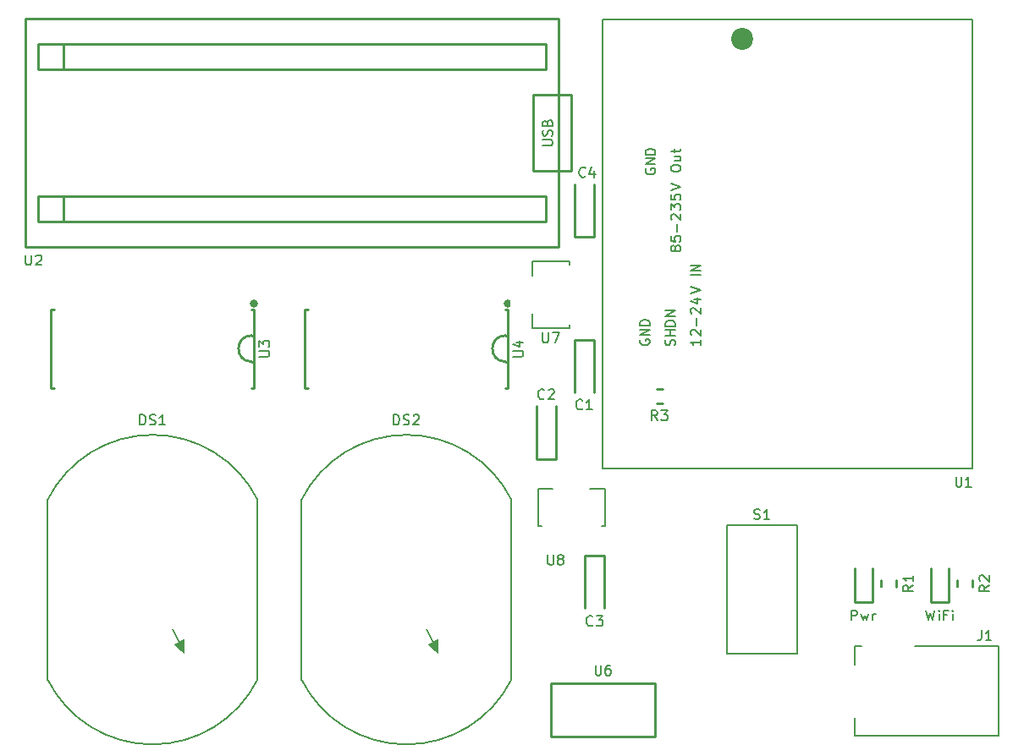
<source format=gbr>
G04 --- HEADER BEGIN --- *
%TF.GenerationSoftware,LibrePCB,LibrePCB,0.1.4-unstable*%
%TF.CreationDate,2020-02-26T00:12:38*%
%TF.ProjectId,Nixie Counter - default,cfaec193-39cb-4766-881d-db9368be8cff,v1.1*%
%TF.Part,Single*%
%FSLAX66Y66*%
%MOMM*%
G01*
G74*
G04 --- HEADER END --- *
G04 --- APERTURE LIST BEGIN --- *
%ADD10C,0.2*%
%ADD11C,0.0*%
%ADD12C,0.25*%
%ADD13C,0.8X0.8*%
%ADD14C,0.8*%
%ADD15C,2.2X2.2*%
%ADD16C,2.2*%
%ADD17C,3.2*%
%ADD18R,1.5X1.15*%
%ADD19R,1.55X2.4*%
%ADD20R,1.15X1.5*%
%ADD21R,3.45X2.35*%
%ADD22R,1.15X2.35*%
%ADD23O,1.47X2.74*%
%ADD24R,1.47X2.74*%
%ADD25R,1.4X1.4*%
%ADD26O,1.787X2.39*%
%ADD27R,1.787X2.39*%
%ADD28C,2.1*%
%ADD29R,2.35X3.45*%
%ADD30R,2.35X1.15*%
%ADD31O,4.2X3.2*%
%ADD32O,1.7X2.74*%
%ADD33C,5.0*%
%ADD34C,0.3*%
G04 --- APERTURE LIST END --- *
G04 --- BOARD BEGIN --- *
D10*
X17240000Y16320000D02*
X18240000Y14320000D01*
X4740000Y29320000D02*
X4740000Y11320000D01*
G75*
G03*
X25740000Y11320000I10500000J5235107D01*
G01*
X25740000Y29320000D01*
G03*
X4740000Y29320000I-10500000J-5235107D01*
G01*
D11*
X17383000Y14859000D02*
X18367000Y14009000D01*
X18368000Y15306000D01*
X17383000Y14859000D01*
G36*
X17383000Y14859000D02*
X18367000Y14009000D01*
X18368000Y15306000D01*
X17383000Y14859000D01*
G37*
D12*
X95770000Y21280000D02*
X95770000Y20630000D01*
X97270000Y21280000D02*
X97270000Y20630000D01*
X60400000Y18445264D02*
X60400000Y23740264D01*
X58500000Y23740264D01*
X58500000Y18445264D01*
X66286456Y40438000D02*
X65636456Y40438000D01*
X66286456Y38938000D02*
X65636456Y38938000D01*
D10*
X60175720Y26725360D02*
X60500720Y26725360D01*
X60500720Y30425360D01*
X59025720Y30425360D01*
X54125720Y26725360D02*
X53800720Y26725360D01*
X53800720Y30425360D01*
X55275720Y30425360D01*
D12*
X30790000Y48384984D02*
X30480000Y48384984D01*
X30480000Y40514984D01*
X30790000Y40514984D01*
X50490000Y48384984D02*
X50800000Y48384984D01*
X50800000Y40514984D01*
X50490000Y40514984D01*
X50800000Y45761984D02*
X50550000Y45761984D01*
G03*
X50550000Y43137984I0J-1312000D01*
G01*
X50800000Y43137984D01*
D13*
X50765000Y48984984D03*
D14*
X50765000Y48984984D03*
D12*
X93105000Y22480000D02*
X93105000Y19030000D01*
X94855000Y19030000D01*
X94855000Y22480000D01*
D10*
X92617777Y18260000D02*
X92855555Y17260000D01*
X93046666Y17974444D01*
X93236666Y17260000D01*
X93474444Y18260000D01*
X93922222Y17260000D02*
X93922222Y17926667D01*
X93922222Y18260000D02*
X93874444Y18212222D01*
X93922222Y18164444D01*
X93970000Y18212222D01*
X93922222Y18260000D01*
X93922222Y18164444D01*
X94703333Y17783333D02*
X94370000Y17783333D01*
X94370000Y17260000D02*
X94370000Y18260000D01*
X94846667Y18260000D01*
X95294445Y17260000D02*
X95294445Y17926667D01*
X95294445Y18260000D02*
X95246667Y18212222D01*
X95294445Y18164444D01*
X95342223Y18212222D01*
X95294445Y18260000D01*
X95294445Y18164444D01*
D12*
X55120760Y5590104D02*
X55120760Y10920104D01*
X65530760Y10920104D01*
X65530760Y5590104D01*
X55120760Y5590104D01*
X88150000Y21280000D02*
X88150000Y20630000D01*
X89650000Y21280000D02*
X89650000Y20630000D01*
X6350000Y74930000D02*
X6350000Y72390000D01*
X54610000Y74930000D02*
X54610000Y72390000D01*
X3810000Y72390000D01*
X3810000Y74930000D01*
X54610000Y74930000D01*
X55880000Y77470000D02*
X55880000Y54610000D01*
X2540000Y54610000D01*
X2540000Y77470000D01*
X55880000Y77470000D01*
X3810000Y59690000D02*
X3810000Y57150000D01*
X54610000Y57150000D01*
X54610000Y59690000D01*
X3810000Y59690000D01*
X6350000Y59690000D02*
X6350000Y57150000D01*
X57150000Y69850000D02*
X57150000Y62230000D01*
X53340000Y62230000D01*
X53340000Y69850000D01*
X57150000Y69850000D01*
D10*
X54245040Y64783334D02*
X55055040Y64783334D01*
X55149484Y64831112D01*
X55197262Y64878890D01*
X55245040Y64973334D01*
X55245040Y65164445D01*
X55197262Y65260001D01*
X55149484Y65306667D01*
X55055040Y65354445D01*
X54245040Y65354445D01*
X55197262Y65754445D02*
X55245040Y65897778D01*
X55245040Y66135556D01*
X55197262Y66231112D01*
X55149484Y66277778D01*
X55055040Y66325556D01*
X54959484Y66325556D01*
X54863929Y66277778D01*
X54816151Y66231112D01*
X54768373Y66135556D01*
X54721707Y65944445D01*
X54673929Y65850001D01*
X54626151Y65802223D01*
X54530596Y65754445D01*
X54435040Y65754445D01*
X54340596Y65802223D01*
X54292818Y65850001D01*
X54245040Y65944445D01*
X54245040Y66183334D01*
X54292818Y66325556D01*
X54721707Y67058889D02*
X54768373Y67202223D01*
X54816151Y67248889D01*
X54911707Y67296667D01*
X55055040Y67296667D01*
X55149484Y67248889D01*
X55197262Y67202223D01*
X55245040Y67106667D01*
X55245040Y66725556D01*
X54245040Y66725556D01*
X54245040Y67058889D01*
X54292818Y67154445D01*
X54340596Y67202223D01*
X54435040Y67248889D01*
X54530596Y67248889D01*
X54626151Y67202223D01*
X54673929Y67154445D01*
X54721707Y67058889D01*
X54721707Y66725556D01*
X42640000Y16320000D02*
X43640000Y14320000D01*
X30140000Y29320000D02*
X30140000Y11320000D01*
G03*
X51140000Y11320000I10500000J5235107D01*
G01*
X51140000Y29320000D01*
G03*
X30140000Y29320000I-10500000J-5235107D01*
G01*
D11*
X42783000Y14859000D02*
X43767000Y14009000D01*
X43768000Y15306000D01*
X42783000Y14859000D01*
G36*
X42783000Y14859000D02*
X43767000Y14009000D01*
X43768000Y15306000D01*
X42783000Y14859000D01*
G37*
D12*
X5390000Y48384984D02*
X5080000Y48384984D01*
X5080000Y40514984D01*
X5390000Y40514984D01*
X25090000Y48384984D02*
X25400000Y48384984D01*
X25400000Y40514984D01*
X25090000Y40514984D01*
X25400000Y45761984D02*
X25150000Y45761984D01*
G03*
X25150000Y43137984I0J-1312000D01*
G01*
X25400000Y43137984D01*
D13*
X25365000Y48984984D03*
D14*
X25365000Y48984984D03*
D10*
X56936250Y52872500D02*
X56936250Y53197500D01*
X53236250Y53197500D01*
X53236250Y51722500D01*
X56936250Y46822500D02*
X56936250Y46497500D01*
X53236250Y46497500D01*
X53236250Y47972500D01*
D12*
X59370736Y40035544D02*
X59370736Y45330544D01*
X57470736Y45330544D01*
X57470736Y40035544D01*
D10*
X72669936Y26770000D02*
X79729936Y26770000D01*
X79729936Y13870000D01*
X72669936Y13870000D01*
X72669936Y26770000D01*
X60240992Y32428192D02*
X60240992Y77428192D01*
X97240992Y77428192D01*
X97240992Y32428192D01*
X60240992Y32428192D01*
D15*
X74240992Y75428192D03*
D16*
X74240992Y75428192D03*
D10*
X64588770Y62463192D02*
X64540992Y62368748D01*
X64540992Y62225414D01*
X64588770Y62082081D01*
X64684325Y61987637D01*
X64778770Y61939859D01*
X64969881Y61892081D01*
X65112103Y61892081D01*
X65303214Y61939859D01*
X65397659Y61987637D01*
X65493214Y62082081D01*
X65540992Y62225414D01*
X65540992Y62320970D01*
X65493214Y62463192D01*
X65445436Y62510970D01*
X65112103Y62510970D01*
X65112103Y62320970D01*
X65540992Y62910970D02*
X64540992Y62910970D01*
X65540992Y63482081D01*
X64540992Y63482081D01*
X65540992Y63882081D02*
X64540992Y63882081D01*
X64540992Y64119859D01*
X64588770Y64263192D01*
X64684325Y64358748D01*
X64778770Y64405414D01*
X64969881Y64453192D01*
X65112103Y64453192D01*
X65303214Y64405414D01*
X65397659Y64358748D01*
X65493214Y64263192D01*
X65540992Y64119859D01*
X65540992Y63882081D01*
X67509881Y54386526D02*
X67462103Y54292082D01*
X67414325Y54244304D01*
X67318770Y54196526D01*
X67270992Y54196526D01*
X67176548Y54244304D01*
X67128770Y54292082D01*
X67080992Y54386526D01*
X67080992Y54577637D01*
X67128770Y54673193D01*
X67176548Y54719859D01*
X67270992Y54767637D01*
X67318770Y54767637D01*
X67414325Y54719859D01*
X67462103Y54673193D01*
X67509881Y54577637D01*
X67509881Y54386526D01*
X67557659Y54292082D01*
X67604325Y54244304D01*
X67699881Y54196526D01*
X67890992Y54196526D01*
X67985436Y54244304D01*
X68033214Y54292082D01*
X68080992Y54386526D01*
X68080992Y54577637D01*
X68033214Y54673193D01*
X67985436Y54719859D01*
X67890992Y54767637D01*
X67699881Y54767637D01*
X67604325Y54719859D01*
X67557659Y54673193D01*
X67509881Y54577637D01*
X67080992Y55690970D02*
X67080992Y55215415D01*
X67557659Y55167637D01*
X67509881Y55215415D01*
X67462103Y55310970D01*
X67462103Y55548748D01*
X67509881Y55644304D01*
X67557659Y55690970D01*
X67652103Y55738748D01*
X67890992Y55738748D01*
X67985436Y55690970D01*
X68033214Y55644304D01*
X68080992Y55548748D01*
X68080992Y55310970D01*
X68033214Y55215415D01*
X67985436Y55167637D01*
X67699881Y56138748D02*
X67699881Y56900970D01*
X67176548Y57348748D02*
X67128770Y57396526D01*
X67080992Y57490970D01*
X67080992Y57729859D01*
X67128770Y57824303D01*
X67176548Y57872081D01*
X67270992Y57919859D01*
X67366548Y57919859D01*
X67509881Y57872081D01*
X68080992Y57300970D01*
X68080992Y57919859D01*
X67080992Y58319859D02*
X67080992Y58938748D01*
X67462103Y58605415D01*
X67462103Y58748748D01*
X67509881Y58843192D01*
X67557659Y58890970D01*
X67652103Y58938748D01*
X67890992Y58938748D01*
X67985436Y58890970D01*
X68033214Y58843192D01*
X68080992Y58748748D01*
X68080992Y58463192D01*
X68033214Y58367637D01*
X67985436Y58319859D01*
X67080992Y59862081D02*
X67080992Y59386526D01*
X67557659Y59338748D01*
X67509881Y59386526D01*
X67462103Y59482081D01*
X67462103Y59719859D01*
X67509881Y59815415D01*
X67557659Y59862081D01*
X67652103Y59909859D01*
X67890992Y59909859D01*
X67985436Y59862081D01*
X68033214Y59815415D01*
X68080992Y59719859D01*
X68080992Y59482081D01*
X68033214Y59386526D01*
X67985436Y59338748D01*
X67080992Y60309859D02*
X68080992Y60643192D01*
X67080992Y60976526D01*
X67080992Y62414303D02*
X67080992Y62605414D01*
X67128770Y62699858D01*
X67224325Y62795414D01*
X67414325Y62843192D01*
X67747659Y62843192D01*
X67937659Y62795414D01*
X68033214Y62699858D01*
X68080992Y62605414D01*
X68080992Y62414303D01*
X68033214Y62319858D01*
X67937659Y62224303D01*
X67747659Y62176525D01*
X67414325Y62176525D01*
X67224325Y62224303D01*
X67128770Y62319858D01*
X67080992Y62414303D01*
X67414325Y63672081D02*
X68080992Y63672081D01*
X67414325Y63243192D02*
X67937659Y63243192D01*
X68033214Y63290970D01*
X68080992Y63386525D01*
X68080992Y63528748D01*
X68033214Y63624303D01*
X67985436Y63672081D01*
X67414325Y64072081D02*
X67414325Y64453192D01*
X67080992Y64215414D02*
X67937659Y64215414D01*
X68033214Y64262081D01*
X68080992Y64357637D01*
X68080992Y64453192D01*
X70070992Y45339303D02*
X70070992Y44768192D01*
X70070992Y45053748D02*
X69070992Y45053748D01*
X69214325Y44958192D01*
X69308770Y44863748D01*
X69356548Y44768192D01*
X69166548Y45787081D02*
X69118770Y45834859D01*
X69070992Y45929303D01*
X69070992Y46168192D01*
X69118770Y46262636D01*
X69166548Y46310414D01*
X69260992Y46358192D01*
X69356548Y46358192D01*
X69499881Y46310414D01*
X70070992Y45739303D01*
X70070992Y46358192D01*
X69689881Y46758192D02*
X69689881Y47520414D01*
X69166548Y47968192D02*
X69118770Y48015970D01*
X69070992Y48110414D01*
X69070992Y48349303D01*
X69118770Y48443747D01*
X69166548Y48491525D01*
X69260992Y48539303D01*
X69356548Y48539303D01*
X69499881Y48491525D01*
X70070992Y47920414D01*
X70070992Y48539303D01*
X69404325Y49415970D02*
X70070992Y49415970D01*
X69023214Y49177081D02*
X69737659Y48939303D01*
X69737659Y49558192D01*
X69070992Y49958192D02*
X70070992Y50291525D01*
X69070992Y50624859D01*
X70070992Y51824858D02*
X69070992Y51824858D01*
X70070992Y52224858D02*
X69070992Y52224858D01*
X70070992Y52795969D01*
X69070992Y52795969D01*
X67483214Y44768192D02*
X67530992Y44911525D01*
X67530992Y45149303D01*
X67483214Y45244859D01*
X67435436Y45291525D01*
X67340992Y45339303D01*
X67245436Y45339303D01*
X67149881Y45291525D01*
X67102103Y45244859D01*
X67054325Y45149303D01*
X67007659Y44958192D01*
X66959881Y44863748D01*
X66912103Y44815970D01*
X66816548Y44768192D01*
X66720992Y44768192D01*
X66626548Y44815970D01*
X66578770Y44863748D01*
X66530992Y44958192D01*
X66530992Y45197081D01*
X66578770Y45339303D01*
X67530992Y45739303D02*
X66530992Y45739303D01*
X67007659Y45739303D02*
X67007659Y46310414D01*
X67530992Y46310414D02*
X66530992Y46310414D01*
X67530992Y46710414D02*
X66530992Y46710414D01*
X66530992Y46948192D01*
X66578770Y47091525D01*
X66674325Y47187081D01*
X66768770Y47233747D01*
X66959881Y47281525D01*
X67102103Y47281525D01*
X67293214Y47233747D01*
X67387659Y47187081D01*
X67483214Y47091525D01*
X67530992Y46948192D01*
X67530992Y46710414D01*
X67530992Y47681525D02*
X66530992Y47681525D01*
X67530992Y48252636D01*
X66530992Y48252636D01*
X64038770Y45339303D02*
X63990992Y45244859D01*
X63990992Y45101525D01*
X64038770Y44958192D01*
X64134325Y44863748D01*
X64228770Y44815970D01*
X64419881Y44768192D01*
X64562103Y44768192D01*
X64753214Y44815970D01*
X64847659Y44863748D01*
X64943214Y44958192D01*
X64990992Y45101525D01*
X64990992Y45197081D01*
X64943214Y45339303D01*
X64895436Y45387081D01*
X64562103Y45387081D01*
X64562103Y45197081D01*
X64990992Y45787081D02*
X63990992Y45787081D01*
X64990992Y46358192D01*
X63990992Y46358192D01*
X64990992Y46758192D02*
X63990992Y46758192D01*
X63990992Y46995970D01*
X64038770Y47139303D01*
X64134325Y47234859D01*
X64228770Y47281525D01*
X64419881Y47329303D01*
X64562103Y47329303D01*
X64753214Y47281525D01*
X64847659Y47234859D01*
X64943214Y47139303D01*
X64990992Y46995970D01*
X64990992Y46758192D01*
D12*
X85485000Y22480000D02*
X85485000Y19030000D01*
X87235000Y19030000D01*
X87235000Y22480000D01*
D10*
X85150556Y17260000D02*
X85150556Y18260000D01*
X85531667Y18260000D01*
X85627223Y18212222D01*
X85673889Y18164444D01*
X85721667Y18070000D01*
X85721667Y17926667D01*
X85673889Y17831111D01*
X85627223Y17783333D01*
X85531667Y17736667D01*
X85150556Y17736667D01*
X86121667Y17926667D02*
X86311667Y17260000D01*
X86502778Y17736667D01*
X86692778Y17260000D01*
X86883889Y17926667D01*
X87283889Y17260000D02*
X87283889Y17926667D01*
X87283889Y17736667D02*
X87331667Y17831111D01*
X87379445Y17878889D01*
X87473889Y17926667D01*
X87569445Y17926667D01*
D12*
X57470736Y60930736D02*
X57470736Y55635736D01*
X59370736Y55635736D01*
X59370736Y60930736D01*
X53660688Y38705448D02*
X53660688Y33410448D01*
X55560688Y33410448D01*
X55560688Y38705448D01*
D10*
X85511168Y7510064D02*
X85511168Y5660064D01*
X99911168Y5660064D01*
X99911168Y14660064D01*
X91461168Y14660064D01*
X86161168Y14660064D02*
X85511168Y14660064D01*
X85511168Y12810064D01*
X13983334Y36830000D02*
X13983334Y37830000D01*
X14221112Y37830000D01*
X14364445Y37782222D01*
X14460001Y37686667D01*
X14506667Y37592222D01*
X14554445Y37401111D01*
X14554445Y37258889D01*
X14506667Y37067778D01*
X14460001Y36973333D01*
X14364445Y36877778D01*
X14221112Y36830000D01*
X13983334Y36830000D01*
X14954445Y36877778D02*
X15097778Y36830000D01*
X15335556Y36830000D01*
X15431112Y36877778D01*
X15477778Y36925556D01*
X15525556Y37020000D01*
X15525556Y37115556D01*
X15477778Y37211111D01*
X15431112Y37258889D01*
X15335556Y37306667D01*
X15144445Y37353333D01*
X15050001Y37401111D01*
X15002223Y37448889D01*
X14954445Y37544444D01*
X14954445Y37640000D01*
X15002223Y37734444D01*
X15050001Y37782222D01*
X15144445Y37830000D01*
X15383334Y37830000D01*
X15525556Y37782222D01*
X16496667Y36830000D02*
X15925556Y36830000D01*
X16211112Y36830000D02*
X16211112Y37830000D01*
X16115556Y37686667D01*
X16021112Y37592222D01*
X15925556Y37544444D01*
X98945000Y20731111D02*
X98468333Y20397778D01*
X98945000Y20160000D02*
X97945000Y20160000D01*
X97945000Y20541111D01*
X97992778Y20636667D01*
X98040556Y20683333D01*
X98135000Y20731111D01*
X98278333Y20731111D01*
X98373889Y20683333D01*
X98421667Y20636667D01*
X98468333Y20541111D01*
X98468333Y20160000D01*
X98040556Y21178889D02*
X97992778Y21226667D01*
X97945000Y21321111D01*
X97945000Y21560000D01*
X97992778Y21654444D01*
X98040556Y21702222D01*
X98135000Y21750000D01*
X98230556Y21750000D01*
X98373889Y21702222D01*
X98945000Y21131111D01*
X98945000Y21750000D01*
X59250000Y16786548D02*
X59202222Y16738770D01*
X59060000Y16690992D01*
X58964444Y16690992D01*
X58821111Y16738770D01*
X58726667Y16834325D01*
X58678889Y16928770D01*
X58631111Y17119881D01*
X58631111Y17262103D01*
X58678889Y17453214D01*
X58726667Y17547659D01*
X58821111Y17643214D01*
X58964444Y17690992D01*
X59060000Y17690992D01*
X59202222Y17643214D01*
X59250000Y17595436D01*
X59650000Y17690992D02*
X60268889Y17690992D01*
X59935556Y17309881D01*
X60078889Y17309881D01*
X60173333Y17262103D01*
X60221111Y17214325D01*
X60268889Y17119881D01*
X60268889Y16880992D01*
X60221111Y16786548D01*
X60173333Y16738770D01*
X60078889Y16690992D01*
X59793333Y16690992D01*
X59697778Y16738770D01*
X59650000Y16786548D01*
X65737567Y37263000D02*
X65404234Y37739667D01*
X65166456Y37263000D02*
X65166456Y38263000D01*
X65547567Y38263000D01*
X65643123Y38215222D01*
X65689789Y38167444D01*
X65737567Y38073000D01*
X65737567Y37929667D01*
X65689789Y37834111D01*
X65643123Y37786333D01*
X65547567Y37739667D01*
X65166456Y37739667D01*
X66137567Y38263000D02*
X66756456Y38263000D01*
X66423123Y37881889D01*
X66566456Y37881889D01*
X66660900Y37834111D01*
X66708678Y37786333D01*
X66756456Y37691889D01*
X66756456Y37453000D01*
X66708678Y37358556D01*
X66660900Y37310778D01*
X66566456Y37263000D01*
X66280900Y37263000D01*
X66185345Y37310778D01*
X66137567Y37358556D01*
X54792089Y23812856D02*
X54792089Y23002856D01*
X54839867Y22908412D01*
X54887645Y22860634D01*
X54982089Y22812856D01*
X55173200Y22812856D01*
X55268756Y22860634D01*
X55315422Y22908412D01*
X55363200Y23002856D01*
X55363200Y23812856D01*
X55953200Y23383967D02*
X55858756Y23431745D01*
X55810978Y23479523D01*
X55763200Y23575078D01*
X55763200Y23622856D01*
X55810978Y23717300D01*
X55858756Y23765078D01*
X55953200Y23812856D01*
X56144311Y23812856D01*
X56239867Y23765078D01*
X56286533Y23717300D01*
X56334311Y23622856D01*
X56334311Y23575078D01*
X56286533Y23479523D01*
X56239867Y23431745D01*
X56144311Y23383967D01*
X55953200Y23383967D01*
X55858756Y23336189D01*
X55810978Y23289523D01*
X55763200Y23193967D01*
X55763200Y23002856D01*
X55810978Y22908412D01*
X55858756Y22860634D01*
X55953200Y22812856D01*
X56144311Y22812856D01*
X56239867Y22860634D01*
X56286533Y22908412D01*
X56334311Y23002856D01*
X56334311Y23193967D01*
X56286533Y23289523D01*
X56239867Y23336189D01*
X56144311Y23383967D01*
X51308492Y43654984D02*
X52118492Y43654984D01*
X52212936Y43702762D01*
X52260714Y43750540D01*
X52308492Y43844984D01*
X52308492Y44036095D01*
X52260714Y44131651D01*
X52212936Y44178317D01*
X52118492Y44226095D01*
X51308492Y44226095D01*
X51641825Y45102762D02*
X52308492Y45102762D01*
X51260714Y44863873D02*
X51975159Y44626095D01*
X51975159Y45244984D01*
X59553993Y12746740D02*
X59553993Y11936740D01*
X59601771Y11842296D01*
X59649549Y11794518D01*
X59743993Y11746740D01*
X59935104Y11746740D01*
X60030660Y11794518D01*
X60077326Y11842296D01*
X60125104Y11936740D01*
X60125104Y12746740D01*
X61001771Y12746740D02*
X60810660Y12746740D01*
X60715104Y12698962D01*
X60668437Y12651184D01*
X60572882Y12508962D01*
X60525104Y12317851D01*
X60525104Y11936740D01*
X60572882Y11842296D01*
X60620660Y11794518D01*
X60715104Y11746740D01*
X60906215Y11746740D01*
X61001771Y11794518D01*
X61048437Y11842296D01*
X61096215Y11936740D01*
X61096215Y12175629D01*
X61048437Y12270073D01*
X61001771Y12317851D01*
X60906215Y12365629D01*
X60715104Y12365629D01*
X60620660Y12317851D01*
X60572882Y12270073D01*
X60525104Y12175629D01*
X91325000Y20755000D02*
X90848333Y20421667D01*
X91325000Y20183889D02*
X90325000Y20183889D01*
X90325000Y20565000D01*
X90372778Y20660556D01*
X90420556Y20707222D01*
X90515000Y20755000D01*
X90658333Y20755000D01*
X90753889Y20707222D01*
X90801667Y20660556D01*
X90848333Y20565000D01*
X90848333Y20183889D01*
X91325000Y21726111D02*
X91325000Y21155000D01*
X91325000Y21440556D02*
X90325000Y21440556D01*
X90468333Y21345000D01*
X90562778Y21250556D01*
X90610556Y21155000D01*
X2540864Y53816912D02*
X2540864Y53006912D01*
X2588642Y52912468D01*
X2636420Y52864690D01*
X2730864Y52816912D01*
X2921975Y52816912D01*
X3017531Y52864690D01*
X3064197Y52912468D01*
X3111975Y53006912D01*
X3111975Y53816912D01*
X3559753Y53721356D02*
X3607531Y53769134D01*
X3701975Y53816912D01*
X3940864Y53816912D01*
X4035308Y53769134D01*
X4083086Y53721356D01*
X4130864Y53626912D01*
X4130864Y53531356D01*
X4083086Y53388023D01*
X3511975Y52816912D01*
X4130864Y52816912D01*
X39359445Y36830000D02*
X39359445Y37830000D01*
X39597223Y37830000D01*
X39740556Y37782222D01*
X39836112Y37686667D01*
X39882778Y37592222D01*
X39930556Y37401111D01*
X39930556Y37258889D01*
X39882778Y37067778D01*
X39836112Y36973333D01*
X39740556Y36877778D01*
X39597223Y36830000D01*
X39359445Y36830000D01*
X40330556Y36877778D02*
X40473889Y36830000D01*
X40711667Y36830000D01*
X40807223Y36877778D01*
X40853889Y36925556D01*
X40901667Y37020000D01*
X40901667Y37115556D01*
X40853889Y37211111D01*
X40807223Y37258889D01*
X40711667Y37306667D01*
X40520556Y37353333D01*
X40426112Y37401111D01*
X40378334Y37448889D01*
X40330556Y37544444D01*
X40330556Y37640000D01*
X40378334Y37734444D01*
X40426112Y37782222D01*
X40520556Y37830000D01*
X40759445Y37830000D01*
X40901667Y37782222D01*
X41349445Y37734444D02*
X41397223Y37782222D01*
X41491667Y37830000D01*
X41730556Y37830000D01*
X41825000Y37782222D01*
X41872778Y37734444D01*
X41920556Y37640000D01*
X41920556Y37544444D01*
X41872778Y37401111D01*
X41301667Y36830000D01*
X41920556Y36830000D01*
X25908492Y43654984D02*
X26718492Y43654984D01*
X26812936Y43702762D01*
X26860714Y43750540D01*
X26908492Y43844984D01*
X26908492Y44036095D01*
X26860714Y44131651D01*
X26812936Y44178317D01*
X26718492Y44226095D01*
X25908492Y44226095D01*
X25908492Y44626095D02*
X25908492Y45244984D01*
X26289603Y44911651D01*
X26289603Y45054984D01*
X26337381Y45149428D01*
X26385159Y45197206D01*
X26479603Y45244984D01*
X26718492Y45244984D01*
X26812936Y45197206D01*
X26860714Y45149428D01*
X26908492Y45054984D01*
X26908492Y44769428D01*
X26860714Y44673873D01*
X26812936Y44626095D01*
X54267361Y46037500D02*
X54267361Y45227500D01*
X54315139Y45133056D01*
X54362917Y45085278D01*
X54457361Y45037500D01*
X54648472Y45037500D01*
X54744028Y45085278D01*
X54790694Y45133056D01*
X54838472Y45227500D01*
X54838472Y46037500D01*
X55238472Y46037500D02*
X55905139Y46037500D01*
X55476250Y45037500D01*
X58244625Y38453580D02*
X58196847Y38405802D01*
X58054625Y38358024D01*
X57959069Y38358024D01*
X57815736Y38405802D01*
X57721292Y38501357D01*
X57673514Y38595802D01*
X57625736Y38786913D01*
X57625736Y38929135D01*
X57673514Y39120246D01*
X57721292Y39214691D01*
X57815736Y39310246D01*
X57959069Y39358024D01*
X58054625Y39358024D01*
X58196847Y39310246D01*
X58244625Y39262468D01*
X59215736Y38358024D02*
X58644625Y38358024D01*
X58930181Y38358024D02*
X58930181Y39358024D01*
X58834625Y39214691D01*
X58740181Y39120246D01*
X58644625Y39072468D01*
X75428825Y27417778D02*
X75572158Y27370000D01*
X75809936Y27370000D01*
X75905492Y27417778D01*
X75952158Y27465556D01*
X75999936Y27560000D01*
X75999936Y27655556D01*
X75952158Y27751111D01*
X75905492Y27798889D01*
X75809936Y27846667D01*
X75618825Y27893333D01*
X75524381Y27941111D01*
X75476603Y27988889D01*
X75428825Y28084444D01*
X75428825Y28180000D01*
X75476603Y28274444D01*
X75524381Y28322222D01*
X75618825Y28370000D01*
X75857714Y28370000D01*
X75999936Y28322222D01*
X76971047Y27370000D02*
X76399936Y27370000D01*
X76685492Y27370000D02*
X76685492Y28370000D01*
X76589936Y28226667D01*
X76495492Y28132222D01*
X76399936Y28084444D01*
X95614002Y31618144D02*
X95614002Y30808144D01*
X95661780Y30713700D01*
X95709558Y30665922D01*
X95804002Y30618144D01*
X95995113Y30618144D01*
X96090669Y30665922D01*
X96137335Y30713700D01*
X96185113Y30808144D01*
X96185113Y31618144D01*
X97156224Y30618144D02*
X96585113Y30618144D01*
X96870669Y30618144D02*
X96870669Y31618144D01*
X96775113Y31474811D01*
X96680669Y31380366D01*
X96585113Y31332588D01*
X58538240Y61703812D02*
X58490462Y61656034D01*
X58348240Y61608256D01*
X58252684Y61608256D01*
X58109351Y61656034D01*
X58014907Y61751589D01*
X57967129Y61846034D01*
X57919351Y62037145D01*
X57919351Y62179367D01*
X57967129Y62370478D01*
X58014907Y62464923D01*
X58109351Y62560478D01*
X58252684Y62608256D01*
X58348240Y62608256D01*
X58490462Y62560478D01*
X58538240Y62512700D01*
X59414907Y62274923D02*
X59414907Y61608256D01*
X59176018Y62656034D02*
X58938240Y61941589D01*
X59557129Y61941589D01*
X54410688Y39478524D02*
X54362910Y39430746D01*
X54220688Y39382968D01*
X54125132Y39382968D01*
X53981799Y39430746D01*
X53887355Y39526301D01*
X53839577Y39620746D01*
X53791799Y39811857D01*
X53791799Y39954079D01*
X53839577Y40145190D01*
X53887355Y40239635D01*
X53981799Y40335190D01*
X54125132Y40382968D01*
X54220688Y40382968D01*
X54362910Y40335190D01*
X54410688Y40287412D01*
X54858466Y40287412D02*
X54906244Y40335190D01*
X55000688Y40382968D01*
X55239577Y40382968D01*
X55334021Y40335190D01*
X55381799Y40287412D01*
X55429577Y40192968D01*
X55429577Y40097412D01*
X55381799Y39954079D01*
X54810688Y39382968D01*
X55429577Y39382968D01*
X98172455Y16239936D02*
X98172455Y15525492D01*
X98124677Y15383269D01*
X98029122Y15287714D01*
X97886900Y15239936D01*
X97791344Y15239936D01*
X99143566Y15239936D02*
X98572455Y15239936D01*
X98858011Y15239936D02*
X98858011Y16239936D01*
X98762455Y16096603D01*
X98668011Y16002158D01*
X98572455Y15954380D01*
%LPC*%
D17*
X19240000Y28320000D03*
X20990000Y20320000D03*
X19240000Y12320000D03*
X15240000Y29320000D03*
X20990000Y24820000D03*
X11240000Y28320000D03*
X9490000Y15820000D03*
X9490000Y20320000D03*
X11240000Y12320000D03*
X9490000Y24820000D03*
X15240000Y11320000D03*
X20990000Y15820000D03*
D18*
X96520000Y19880000D03*
X96520000Y22030000D03*
D19*
X59450000Y22365264D03*
X59450000Y19545264D03*
D20*
X64886456Y39688000D03*
X67036456Y39688000D03*
D21*
X57150720Y31475360D03*
D22*
X54850720Y25675360D03*
X57150720Y25675360D03*
X59450720Y25675360D03*
D23*
X36830000Y48384984D03*
X49530000Y40514984D03*
X34290000Y40514984D03*
D24*
X49530000Y48384984D03*
D23*
X34290000Y48384984D03*
X44450000Y48384984D03*
X46990000Y48384984D03*
X44450000Y40514984D03*
X31750000Y48384984D03*
X41910000Y40514984D03*
X46990000Y40514984D03*
X39370000Y48384984D03*
X39370000Y40514984D03*
X41910000Y48384984D03*
X36830000Y40514984D03*
X31750000Y40514984D03*
D11*
X71637500Y7760000D02*
X71627500Y7740000D01*
X71667500Y7640000D01*
X71747500Y7500000D01*
X71857500Y7350000D01*
X71977500Y7230000D01*
X72047500Y7150000D01*
X72047500Y7130000D01*
X72027500Y7130000D01*
X71997500Y7120000D01*
X71997500Y7100000D01*
X72097500Y7040000D01*
X72197500Y7000000D01*
X72237500Y7000000D01*
X72227500Y7040000D01*
X72167500Y7130000D01*
X72107500Y7200000D01*
X72067500Y7220000D01*
X72007500Y7250000D01*
X71917500Y7350000D01*
X71737500Y7610000D01*
X71637500Y7760000D01*
X71637500Y7760000D01*
G36*
X71637500Y7760000D02*
X71627500Y7740000D01*
X71667500Y7640000D01*
X71747500Y7500000D01*
X71857500Y7350000D01*
X71977500Y7230000D01*
X72047500Y7150000D01*
X72047500Y7130000D01*
X72027500Y7130000D01*
X71997500Y7120000D01*
X71997500Y7100000D01*
X72097500Y7040000D01*
X72197500Y7000000D01*
X72237500Y7000000D01*
X72227500Y7040000D01*
X72167500Y7130000D01*
X72107500Y7200000D01*
X72067500Y7220000D01*
X72007500Y7250000D01*
X71917500Y7350000D01*
X71737500Y7610000D01*
X71637500Y7760000D01*
X71637500Y7760000D01*
G37*
X72507500Y6650000D02*
X72397500Y6600000D01*
X72257500Y6580000D01*
X72047500Y6600000D01*
X71917500Y6650000D01*
X71857500Y6680000D01*
X71767500Y6740000D01*
X71687500Y6780000D01*
X71677500Y6800000D01*
X71657500Y6810000D01*
X71587500Y6860000D01*
X71547500Y6930000D01*
X71537500Y6930000D01*
X71477500Y6970000D01*
X71457500Y6990000D01*
X71467500Y6990000D01*
X71467500Y7010000D01*
X71407500Y7080000D01*
X71317500Y7180000D01*
X71307500Y7200000D01*
X71337500Y7190000D01*
X71337500Y7200000D01*
X71297500Y7240000D01*
X71237500Y7340000D01*
X71207500Y7390000D01*
X71187500Y7430000D01*
X71167500Y7480000D01*
X71147500Y7520000D01*
X71147500Y7560000D01*
X71117500Y7610000D01*
X71067500Y7840000D01*
X71057500Y8100000D01*
X71087500Y8320000D01*
X71107500Y8370000D01*
X71137500Y8430000D01*
X71167500Y8490000D01*
X71237500Y8590000D01*
X71287500Y8640000D01*
X71327500Y8650000D01*
X71347500Y8650000D01*
X71387500Y8690000D01*
X71427500Y8710000D01*
X71407500Y8660000D01*
X71337500Y8510000D01*
X71317500Y8270000D01*
X71337500Y8000000D01*
X71347500Y7880000D01*
X71327500Y7830000D01*
X71347500Y7840000D01*
X71367500Y7850000D01*
X71377500Y7840000D01*
X71377500Y7800000D01*
X71397500Y7760000D01*
X71427500Y7700000D01*
X71467500Y7590000D01*
X71497500Y7510000D01*
X71547500Y7450000D01*
X71607500Y7370000D01*
X71817500Y7090000D01*
X72007500Y6940000D01*
X72177500Y6830000D01*
X72277500Y6790000D01*
X72397500Y6740000D01*
X72527500Y6720000D01*
X72617500Y6710000D01*
X72507500Y6650000D01*
X72547500Y6610000D01*
X72697500Y6690000D01*
X72907500Y6840000D01*
X73047500Y6990000D01*
X73127500Y7150000D01*
X73167500Y7350000D01*
X73177500Y7460000D01*
X73407500Y7500000D01*
X73397500Y7520000D01*
X73377500Y7530000D01*
X73327500Y7530000D01*
X73087500Y7510000D01*
X72107500Y7510000D01*
X72057500Y7560000D01*
X71977500Y7680000D01*
X71957500Y7750000D01*
X71967500Y7800000D01*
X72397500Y7840000D01*
X72427500Y7850000D01*
X72427500Y7860000D01*
X72437500Y7870000D01*
X72477500Y7870000D01*
X72537500Y7870000D01*
X72527500Y7900000D01*
X72377500Y7920000D01*
X72357500Y7940000D01*
X72317500Y8000000D01*
X72277500Y8060000D01*
X72277500Y8100000D01*
X72297500Y8190000D01*
X72317500Y8260000D01*
X72317500Y8310000D01*
X72337500Y8340000D01*
X72387500Y8330000D01*
X72487500Y8250000D01*
X72597500Y8110000D01*
X72627500Y8040000D01*
X72677500Y7950000D01*
X72687500Y7920000D01*
X72667500Y7910000D01*
X72527500Y7900000D01*
X72537500Y7870000D01*
X72897500Y7850000D01*
X72897500Y7880000D01*
X72767500Y7910000D01*
X72687500Y8060000D01*
X72617500Y8190000D01*
X72537500Y8280000D01*
X72427500Y8380000D01*
X72317500Y8450000D01*
X72207500Y8500000D01*
X72207500Y8670000D01*
X72207500Y8850000D01*
X72257500Y8830000D01*
X72367500Y8780000D01*
X72497500Y8690000D01*
X72747500Y8430000D01*
X72927500Y8150000D01*
X73027500Y7920000D01*
X72997500Y7890000D01*
X72897500Y7880000D01*
X72897500Y7850000D01*
X73127500Y7840000D01*
X73107500Y7880000D01*
X73017500Y8070000D01*
X72857500Y8360000D01*
X72727500Y8530000D01*
X72567500Y8690000D01*
X72397500Y8820000D01*
X72257500Y8900000D01*
X72207500Y8920000D01*
X72217500Y9070000D01*
X72197500Y9210000D01*
X72157500Y9220000D01*
X72157500Y7930000D01*
X72097500Y7900000D01*
X71997500Y7890000D01*
X71877500Y7920000D01*
X71847500Y8050000D01*
X71847500Y8380000D01*
X71847500Y8610000D01*
X71787500Y8610000D01*
X71757500Y8200000D01*
X71747500Y8090000D01*
X71757500Y7980000D01*
X71837500Y7740000D01*
X71967500Y7510000D01*
X72147500Y7340000D01*
X72307500Y7260000D01*
X72447500Y7230000D01*
X72587500Y7260000D01*
X72687500Y7330000D01*
X72817500Y7460000D01*
X72947500Y7470000D01*
X73047500Y7470000D01*
X73097500Y7450000D01*
X73117500Y7400000D01*
X73107500Y7310000D01*
X73067500Y7130000D01*
X72967500Y6970000D01*
X72827500Y6850000D01*
X72637500Y6790000D01*
X72437500Y6800000D01*
X72227500Y6870000D01*
X72027500Y7000000D01*
X71837500Y7180000D01*
X71667500Y7390000D01*
X71527500Y7640000D01*
X71427500Y7920000D01*
X71397500Y8100000D01*
X71397500Y8300000D01*
X71417500Y8490000D01*
X71467500Y8650000D01*
X71547500Y8770000D01*
X71657500Y8870000D01*
X71737500Y8920000D01*
X71777500Y8920000D01*
X71787500Y8870000D01*
X71787500Y8610000D01*
X71847500Y8610000D01*
X71837500Y9100000D01*
X71837500Y9270000D01*
X71817500Y9320000D01*
X71797500Y9150000D01*
X71787500Y9020000D01*
X71737500Y8980000D01*
X71427500Y8800000D01*
X71167500Y8610000D01*
X71087500Y8490000D01*
X71027500Y8350000D01*
X70997500Y8190000D01*
X70977500Y8010000D01*
X70977500Y7880000D01*
X70797500Y7840000D01*
X70797500Y7810000D01*
X70997500Y7810000D01*
X71057500Y7540000D01*
X70897500Y7500000D01*
X70797500Y7460000D01*
X70827500Y7450000D01*
X70887500Y7450000D01*
X71107500Y7460000D01*
X71137500Y7380000D01*
X71237500Y7200000D01*
X71387500Y7000000D01*
X71557500Y6810000D01*
X71707500Y6690000D01*
X71797500Y6630000D01*
X71787500Y6360000D01*
X71807500Y6130000D01*
X71847500Y6170000D01*
X71857500Y6370000D01*
X71867500Y6480000D01*
X71877500Y6560000D01*
X71897500Y6580000D01*
X72047500Y6540000D01*
X72167500Y6500000D01*
X72167500Y6350000D01*
X72157500Y6210000D01*
X72207500Y6230000D01*
X72207500Y6370000D01*
X72207500Y6390000D01*
X72217500Y6460000D01*
X72217500Y6410000D01*
X72207500Y6370000D01*
X72217500Y6440000D01*
X72237500Y6500000D01*
X72287500Y6510000D01*
X72457500Y6550000D01*
X72547500Y6610000D01*
X72507500Y6650000D01*
G36*
X72507500Y6650000D02*
X72397500Y6600000D01*
X72257500Y6580000D01*
X72047500Y6600000D01*
X71917500Y6650000D01*
X71857500Y6680000D01*
X71767500Y6740000D01*
X71687500Y6780000D01*
X71677500Y6800000D01*
X71657500Y6810000D01*
X71587500Y6860000D01*
X71547500Y6930000D01*
X71537500Y6930000D01*
X71477500Y6970000D01*
X71457500Y6990000D01*
X71467500Y6990000D01*
X71467500Y7010000D01*
X71407500Y7080000D01*
X71317500Y7180000D01*
X71307500Y7200000D01*
X71337500Y7190000D01*
X71337500Y7200000D01*
X71297500Y7240000D01*
X71237500Y7340000D01*
X71207500Y7390000D01*
X71187500Y7430000D01*
X71167500Y7480000D01*
X71147500Y7520000D01*
X71147500Y7560000D01*
X71117500Y7610000D01*
X71067500Y7840000D01*
X71057500Y8100000D01*
X71087500Y8320000D01*
X71107500Y8370000D01*
X71137500Y8430000D01*
X71167500Y8490000D01*
X71237500Y8590000D01*
X71287500Y8640000D01*
X71327500Y8650000D01*
X71347500Y8650000D01*
X71387500Y8690000D01*
X71427500Y8710000D01*
X71407500Y8660000D01*
X71337500Y8510000D01*
X71317500Y8270000D01*
X71337500Y8000000D01*
X71347500Y7880000D01*
X71327500Y7830000D01*
X71347500Y7840000D01*
X71367500Y7850000D01*
X71377500Y7840000D01*
X71377500Y7800000D01*
X71397500Y7760000D01*
X71427500Y7700000D01*
X71467500Y7590000D01*
X71497500Y7510000D01*
X71547500Y7450000D01*
X71607500Y7370000D01*
X71817500Y7090000D01*
X72007500Y6940000D01*
X72177500Y6830000D01*
X72277500Y6790000D01*
X72397500Y6740000D01*
X72527500Y6720000D01*
X72617500Y6710000D01*
X72507500Y6650000D01*
X72547500Y6610000D01*
X72697500Y6690000D01*
X72907500Y6840000D01*
X73047500Y6990000D01*
X73127500Y7150000D01*
X73167500Y7350000D01*
X73177500Y7460000D01*
X73407500Y7500000D01*
X73397500Y7520000D01*
X73377500Y7530000D01*
X73327500Y7530000D01*
X73087500Y7510000D01*
X72107500Y7510000D01*
X72057500Y7560000D01*
X71977500Y7680000D01*
X71957500Y7750000D01*
X71967500Y7800000D01*
X72397500Y7840000D01*
X72427500Y7850000D01*
X72427500Y7860000D01*
X72437500Y7870000D01*
X72477500Y7870000D01*
X72537500Y7870000D01*
X72527500Y7900000D01*
X72377500Y7920000D01*
X72357500Y7940000D01*
X72317500Y8000000D01*
X72277500Y8060000D01*
X72277500Y8100000D01*
X72297500Y8190000D01*
X72317500Y8260000D01*
X72317500Y8310000D01*
X72337500Y8340000D01*
X72387500Y8330000D01*
X72487500Y8250000D01*
X72597500Y8110000D01*
X72627500Y8040000D01*
X72677500Y7950000D01*
X72687500Y7920000D01*
X72667500Y7910000D01*
X72527500Y7900000D01*
X72537500Y7870000D01*
X72897500Y7850000D01*
X72897500Y7880000D01*
X72767500Y7910000D01*
X72687500Y8060000D01*
X72617500Y8190000D01*
X72537500Y8280000D01*
X72427500Y8380000D01*
X72317500Y8450000D01*
X72207500Y8500000D01*
X72207500Y8670000D01*
X72207500Y8850000D01*
X72257500Y8830000D01*
X72367500Y8780000D01*
X72497500Y8690000D01*
X72747500Y8430000D01*
X72927500Y8150000D01*
X73027500Y7920000D01*
X72997500Y7890000D01*
X72897500Y7880000D01*
X72897500Y7850000D01*
X73127500Y7840000D01*
X73107500Y7880000D01*
X73017500Y8070000D01*
X72857500Y8360000D01*
X72727500Y8530000D01*
X72567500Y8690000D01*
X72397500Y8820000D01*
X72257500Y8900000D01*
X72207500Y8920000D01*
X72217500Y9070000D01*
X72197500Y9210000D01*
X72157500Y9220000D01*
X72157500Y7930000D01*
X72097500Y7900000D01*
X71997500Y7890000D01*
X71877500Y7920000D01*
X71847500Y8050000D01*
X71847500Y8380000D01*
X71847500Y8610000D01*
X71787500Y8610000D01*
X71757500Y8200000D01*
X71747500Y8090000D01*
X71757500Y7980000D01*
X71837500Y7740000D01*
X71967500Y7510000D01*
X72147500Y7340000D01*
X72307500Y7260000D01*
X72447500Y7230000D01*
X72587500Y7260000D01*
X72687500Y7330000D01*
X72817500Y7460000D01*
X72947500Y7470000D01*
X73047500Y7470000D01*
X73097500Y7450000D01*
X73117500Y7400000D01*
X73107500Y7310000D01*
X73067500Y7130000D01*
X72967500Y6970000D01*
X72827500Y6850000D01*
X72637500Y6790000D01*
X72437500Y6800000D01*
X72227500Y6870000D01*
X72027500Y7000000D01*
X71837500Y7180000D01*
X71667500Y7390000D01*
X71527500Y7640000D01*
X71427500Y7920000D01*
X71397500Y8100000D01*
X71397500Y8300000D01*
X71417500Y8490000D01*
X71467500Y8650000D01*
X71547500Y8770000D01*
X71657500Y8870000D01*
X71737500Y8920000D01*
X71777500Y8920000D01*
X71787500Y8870000D01*
X71787500Y8610000D01*
X71847500Y8610000D01*
X71837500Y9100000D01*
X71837500Y9270000D01*
X71817500Y9320000D01*
X71797500Y9150000D01*
X71787500Y9020000D01*
X71737500Y8980000D01*
X71427500Y8800000D01*
X71167500Y8610000D01*
X71087500Y8490000D01*
X71027500Y8350000D01*
X70997500Y8190000D01*
X70977500Y8010000D01*
X70977500Y7880000D01*
X70797500Y7840000D01*
X70797500Y7810000D01*
X70997500Y7810000D01*
X71057500Y7540000D01*
X70897500Y7500000D01*
X70797500Y7460000D01*
X70827500Y7450000D01*
X70887500Y7450000D01*
X71107500Y7460000D01*
X71137500Y7380000D01*
X71237500Y7200000D01*
X71387500Y7000000D01*
X71557500Y6810000D01*
X71707500Y6690000D01*
X71797500Y6630000D01*
X71787500Y6360000D01*
X71807500Y6130000D01*
X71847500Y6170000D01*
X71857500Y6370000D01*
X71867500Y6480000D01*
X71877500Y6560000D01*
X71897500Y6580000D01*
X72047500Y6540000D01*
X72167500Y6500000D01*
X72167500Y6350000D01*
X72157500Y6210000D01*
X72207500Y6230000D01*
X72207500Y6370000D01*
X72207500Y6390000D01*
X72217500Y6460000D01*
X72217500Y6410000D01*
X72207500Y6370000D01*
X72217500Y6440000D01*
X72237500Y6500000D01*
X72287500Y6510000D01*
X72457500Y6550000D01*
X72547500Y6610000D01*
X72507500Y6650000D01*
G37*
X73007500Y7410000D02*
X72817500Y7220000D01*
X72847500Y7220000D01*
X72867500Y7220000D01*
X72877500Y7210000D01*
X72827500Y7150000D01*
X72697500Y7080000D01*
X72537500Y7050000D01*
X72447500Y7030000D01*
X72477500Y7010000D01*
X72567500Y7010000D01*
X72737500Y7040000D01*
X72867500Y7130000D01*
X72947500Y7180000D01*
X72967500Y7200000D01*
X72987500Y7290000D01*
X73007500Y7410000D01*
X73007500Y7410000D01*
G36*
X73007500Y7410000D02*
X72817500Y7220000D01*
X72847500Y7220000D01*
X72867500Y7220000D01*
X72877500Y7210000D01*
X72827500Y7150000D01*
X72697500Y7080000D01*
X72537500Y7050000D01*
X72447500Y7030000D01*
X72477500Y7010000D01*
X72567500Y7010000D01*
X72737500Y7040000D01*
X72867500Y7130000D01*
X72947500Y7180000D01*
X72967500Y7200000D01*
X72987500Y7290000D01*
X73007500Y7410000D01*
X73007500Y7410000D01*
G37*
X71677500Y8620000D02*
X71647500Y8610000D01*
X71597500Y8510000D01*
X71567500Y8370000D01*
X71557500Y8340000D01*
X71527500Y8320000D01*
X71497500Y8300000D01*
X71497500Y8280000D01*
X71517500Y8170000D01*
X71537500Y8080000D01*
X71577500Y8070000D01*
X71607500Y8130000D01*
X71647500Y8290000D01*
X71637500Y8320000D01*
X71617500Y8330000D01*
X71607500Y8380000D01*
X71647500Y8520000D01*
X71677500Y8590000D01*
X71677500Y8620000D01*
X71677500Y8620000D01*
G36*
X71677500Y8620000D02*
X71647500Y8610000D01*
X71597500Y8510000D01*
X71567500Y8370000D01*
X71557500Y8340000D01*
X71527500Y8320000D01*
X71497500Y8300000D01*
X71497500Y8280000D01*
X71517500Y8170000D01*
X71537500Y8080000D01*
X71577500Y8070000D01*
X71607500Y8130000D01*
X71647500Y8290000D01*
X71637500Y8320000D01*
X71617500Y8330000D01*
X71607500Y8380000D01*
X71647500Y8520000D01*
X71677500Y8590000D01*
X71677500Y8620000D01*
X71677500Y8620000D01*
G37*
X72277500Y8670000D02*
X72347500Y8560000D01*
X72447500Y8460000D01*
X72457500Y8480000D01*
X72467500Y8500000D01*
X72527500Y8460000D01*
X72617500Y8370000D01*
X72767500Y8170000D01*
X72827500Y8080000D01*
X72847500Y8070000D01*
X72857500Y8090000D01*
X72757500Y8250000D01*
X72587500Y8460000D01*
X72507500Y8560000D01*
X72527500Y8580000D01*
X72407500Y8640000D01*
X72277500Y8670000D01*
X72277500Y8670000D01*
G36*
X72277500Y8670000D02*
X72347500Y8560000D01*
X72447500Y8460000D01*
X72457500Y8480000D01*
X72467500Y8500000D01*
X72527500Y8460000D01*
X72617500Y8370000D01*
X72767500Y8170000D01*
X72827500Y8080000D01*
X72847500Y8070000D01*
X72857500Y8090000D01*
X72757500Y8250000D01*
X72587500Y8460000D01*
X72507500Y8560000D01*
X72527500Y8580000D01*
X72407500Y8640000D01*
X72277500Y8670000D01*
X72277500Y8670000D01*
G37*
D10*
X74172500Y7860000D02*
X74172500Y8860000D01*
X74505833Y8145556D01*
X74839167Y8860000D01*
X74839167Y7860000D01*
X75715834Y7860000D02*
X75715834Y8383333D01*
X75668056Y8478889D01*
X75572500Y8526667D01*
X75382500Y8526667D01*
X75286945Y8478889D01*
X75715834Y7907778D02*
X75620278Y7860000D01*
X75382500Y7860000D01*
X75286945Y7907778D01*
X75239167Y8003333D01*
X75239167Y8097778D01*
X75286945Y8193333D01*
X75382500Y8241111D01*
X75620278Y8241111D01*
X75715834Y8288889D01*
X76592501Y7860000D02*
X76592501Y8860000D01*
X76592501Y7907778D02*
X76496945Y7860000D01*
X76305834Y7860000D01*
X76211390Y7907778D01*
X76163612Y7955556D01*
X76115834Y8050000D01*
X76115834Y8336667D01*
X76163612Y8431111D01*
X76211390Y8478889D01*
X76305834Y8526667D01*
X76496945Y8526667D01*
X76592501Y8478889D01*
X77421390Y7907778D02*
X77325834Y7860000D01*
X77135834Y7860000D01*
X77040279Y7907778D01*
X76992501Y8003333D01*
X76992501Y8383333D01*
X77040279Y8478889D01*
X77135834Y8526667D01*
X77325834Y8526667D01*
X77421390Y8478889D01*
X77469168Y8383333D01*
X77469168Y8288889D01*
X76992501Y8193333D01*
X78764723Y8145556D02*
X79240278Y8145556D01*
X78669167Y7860000D02*
X79002500Y8860000D01*
X79335834Y7860000D01*
X79735834Y8526667D02*
X80116945Y8526667D01*
X79879167Y8860000D02*
X79879167Y8003333D01*
X79925834Y7907778D01*
X80021390Y7860000D01*
X80116945Y7860000D01*
X74791389Y6475556D02*
X74743611Y6427778D01*
X74601389Y6380000D01*
X74505833Y6380000D01*
X74362500Y6427778D01*
X74268056Y6523333D01*
X74220278Y6617778D01*
X74172500Y6808889D01*
X74172500Y6951111D01*
X74220278Y7142222D01*
X74268056Y7236667D01*
X74362500Y7332222D01*
X74505833Y7380000D01*
X74601389Y7380000D01*
X74743611Y7332222D01*
X74791389Y7284444D01*
X75381389Y6380000D02*
X75286945Y6427778D01*
X75239167Y6475556D01*
X75191389Y6570000D01*
X75191389Y6856667D01*
X75239167Y6951111D01*
X75286945Y6998889D01*
X75381389Y7046667D01*
X75524722Y7046667D01*
X75620278Y6998889D01*
X75668056Y6951111D01*
X75714722Y6856667D01*
X75714722Y6570000D01*
X75668056Y6475556D01*
X75620278Y6427778D01*
X75524722Y6380000D01*
X75381389Y6380000D01*
X76114722Y6380000D02*
X76114722Y7046667D01*
X76114722Y6856667D02*
X76162500Y6951111D01*
X76210278Y6998889D01*
X76304722Y7046667D01*
X76400278Y7046667D01*
X77229167Y6427778D02*
X77133611Y6380000D01*
X76943611Y6380000D01*
X76848056Y6427778D01*
X76800278Y6523333D01*
X76800278Y6903333D01*
X76848056Y6998889D01*
X76943611Y7046667D01*
X77133611Y7046667D01*
X77229167Y6998889D01*
X77276945Y6903333D01*
X77276945Y6808889D01*
X76800278Y6713333D01*
X78153612Y6380000D02*
X78153612Y7380000D01*
X78153612Y6427778D02*
X78058056Y6380000D01*
X77866945Y6380000D01*
X77772501Y6427778D01*
X77724723Y6475556D01*
X77676945Y6570000D01*
X77676945Y6856667D01*
X77724723Y6951111D01*
X77772501Y6998889D01*
X77866945Y7046667D01*
X78058056Y7046667D01*
X78153612Y6998889D01*
X78982501Y7046667D02*
X78982501Y6380000D01*
X78553612Y7046667D02*
X78553612Y6523333D01*
X78601390Y6427778D01*
X78696945Y6380000D01*
X78839168Y6380000D01*
X78934723Y6427778D01*
X78982501Y6475556D01*
X79382501Y6380000D02*
X79382501Y7046667D01*
X79382501Y6951111D02*
X79430279Y6998889D01*
X79525834Y7046667D01*
X79668057Y7046667D01*
X79763612Y6998889D01*
X79811390Y6903333D01*
X79811390Y6380000D01*
X79811390Y6903333D02*
X79859168Y6998889D01*
X79953612Y7046667D01*
X80096945Y7046667D01*
X80192501Y6998889D01*
X80239168Y6903333D01*
X80239168Y6380000D01*
X80639168Y7046667D02*
X80639168Y6046667D01*
X80639168Y6998889D02*
X80734724Y7046667D01*
X80924724Y7046667D01*
X81020279Y6998889D01*
X81068057Y6951111D01*
X81115835Y6856667D01*
X81115835Y6570000D01*
X81068057Y6475556D01*
X81020279Y6427778D01*
X80924724Y6380000D01*
X80734724Y6380000D01*
X80639168Y6427778D01*
D25*
X93980000Y22005000D03*
X93980000Y19905000D03*
D26*
X56515760Y6985104D03*
X59055760Y9525104D03*
X64135760Y9525104D03*
X61595760Y9525104D03*
X64135760Y6985104D03*
X59055760Y6985104D03*
X61595760Y6985104D03*
D27*
X56515760Y9525104D03*
D18*
X88900000Y19880000D03*
X88900000Y22030000D03*
D28*
X15240000Y58420000D03*
X40640000Y58420000D03*
X50800000Y58420000D03*
X45720000Y58420000D03*
X30480000Y73660000D03*
X45720000Y73660000D03*
X27940000Y58420000D03*
X7620000Y58420000D03*
X17780000Y58420000D03*
X53340000Y73660000D03*
X27940000Y73660000D03*
X35560000Y58420000D03*
X5080000Y73660000D03*
X35560000Y73660000D03*
X43180000Y58420000D03*
X25400000Y73660000D03*
X5080000Y58420000D03*
X50800000Y73660000D03*
X30480000Y58420000D03*
X33020000Y73660000D03*
X17780000Y73660000D03*
X12700000Y58420000D03*
X20320000Y58420000D03*
X10160000Y73660000D03*
X38100000Y58420000D03*
X40640000Y73660000D03*
X53340000Y58420000D03*
X22860000Y58420000D03*
X25400000Y58420000D03*
X48260000Y73660000D03*
X43180000Y73660000D03*
X38100000Y73660000D03*
X10160000Y58420000D03*
X15240000Y73660000D03*
X20320000Y73660000D03*
X12700000Y73660000D03*
X33020000Y58420000D03*
X7620000Y73660000D03*
X22860000Y73660000D03*
X48260000Y58420000D03*
D17*
X44640000Y28320000D03*
X46390000Y20320000D03*
X44640000Y12320000D03*
X40640000Y29320000D03*
X46390000Y24820000D03*
X36640000Y28320000D03*
X34890000Y15820000D03*
X34890000Y20320000D03*
X36640000Y12320000D03*
X34890000Y24820000D03*
X40640000Y11320000D03*
X46390000Y15820000D03*
D23*
X11430000Y48384984D03*
X24130000Y40514984D03*
X8890000Y40514984D03*
D24*
X24130000Y48384984D03*
D23*
X8890000Y48384984D03*
X19050000Y48384984D03*
X21590000Y48384984D03*
X19050000Y40514984D03*
X6350000Y48384984D03*
X16510000Y40514984D03*
X21590000Y40514984D03*
X13970000Y48384984D03*
X13970000Y40514984D03*
X16510000Y48384984D03*
X11430000Y40514984D03*
X6350000Y40514984D03*
D29*
X52186250Y49847500D03*
D30*
X57986250Y47547500D03*
X57986250Y49847500D03*
X57986250Y52147500D03*
D11*
X75037500Y3192500D02*
X75457500Y3192500D01*
X75457500Y2992500D01*
X75037500Y2992500D01*
X75037500Y3192500D01*
G36*
X75037500Y3192500D02*
X75457500Y3192500D01*
X75457500Y2992500D01*
X75037500Y2992500D01*
X75037500Y3192500D01*
G37*
X73877500Y4552500D02*
X74077500Y4552500D01*
X74077500Y4972500D01*
X73877500Y4972500D01*
X73877500Y4552500D01*
G36*
X73877500Y4552500D02*
X74077500Y4552500D01*
X74077500Y4972500D01*
X73877500Y4972500D01*
X73877500Y4552500D01*
G37*
X73477500Y4552500D02*
X73677500Y4552500D01*
X73677500Y4972500D01*
X73477500Y4972500D01*
X73477500Y4552500D01*
G36*
X73477500Y4552500D02*
X73677500Y4552500D01*
X73677500Y4972500D01*
X73477500Y4972500D01*
X73477500Y4552500D01*
G37*
X72917500Y3992500D02*
X72497500Y3992500D01*
X72497500Y3792500D01*
X72917500Y3792500D01*
X72917500Y3992500D01*
G36*
X72917500Y3992500D02*
X72497500Y3992500D01*
X72497500Y3792500D01*
X72917500Y3792500D01*
X72917500Y3992500D01*
G37*
X73877500Y2432500D02*
X74077500Y2432500D01*
X74077500Y2012500D01*
X73877500Y2012500D01*
X73877500Y2432500D01*
G36*
X73877500Y2432500D02*
X74077500Y2432500D01*
X74077500Y2012500D01*
X73877500Y2012500D01*
X73877500Y2432500D01*
G37*
X73342500Y4339500D02*
X74612500Y4339500D01*
G02*
X74824500Y4127500I0J-212000D01*
G01*
X74824500Y2857500D01*
G02*
X74612500Y2645500I-212000J0D01*
G01*
X73342500Y2645500D01*
G02*
X73130500Y2857500I0J212000D01*
G01*
X73130500Y3957500D01*
X73345500Y3957500D01*
G03*
X73512500Y3790500I167000J0D01*
G01*
G03*
X73679500Y3957500I0J167000D01*
G01*
G03*
X73512500Y4124500I-167000J0D01*
G01*
G03*
X73345500Y3957500I0J-167000D01*
G01*
X73130500Y3957500D01*
X73130500Y4127500D01*
G02*
X73342500Y4339500I212000J0D01*
G01*
G36*
X73342500Y4339500D02*
X74612500Y4339500D01*
G02*
X74824500Y4127500I0J-212000D01*
G01*
X74824500Y2857500D01*
G02*
X74612500Y2645500I-212000J0D01*
G01*
X73342500Y2645500D01*
G02*
X73130500Y2857500I0J212000D01*
G01*
X73130500Y3957500D01*
X73345500Y3957500D01*
G03*
X73512500Y3790500I167000J0D01*
G01*
G03*
X73679500Y3957500I0J167000D01*
G01*
G03*
X73512500Y4124500I-167000J0D01*
G01*
G03*
X73345500Y3957500I0J-167000D01*
G01*
X73130500Y3957500D01*
X73130500Y4127500D01*
G02*
X73342500Y4339500I212000J0D01*
G01*
G37*
X75037500Y3992500D02*
X75457500Y3992500D01*
X75457500Y3792500D01*
X75037500Y3792500D01*
X75037500Y3992500D01*
G36*
X75037500Y3992500D02*
X75457500Y3992500D01*
X75457500Y3792500D01*
X75037500Y3792500D01*
X75037500Y3992500D01*
G37*
X74277500Y4552500D02*
X74477500Y4552500D01*
X74477500Y4972500D01*
X74277500Y4972500D01*
X74277500Y4552500D01*
G36*
X74277500Y4552500D02*
X74477500Y4552500D01*
X74477500Y4972500D01*
X74277500Y4972500D01*
X74277500Y4552500D01*
G37*
X72917500Y3592500D02*
X72497500Y3592500D01*
X72497500Y3392500D01*
X72917500Y3392500D01*
X72917500Y3592500D01*
G36*
X72917500Y3592500D02*
X72497500Y3592500D01*
X72497500Y3392500D01*
X72917500Y3392500D01*
X72917500Y3592500D01*
G37*
X73477500Y2432500D02*
X73677500Y2432500D01*
X73677500Y2012500D01*
X73477500Y2012500D01*
X73477500Y2432500D01*
G36*
X73477500Y2432500D02*
X73677500Y2432500D01*
X73677500Y2012500D01*
X73477500Y2012500D01*
X73477500Y2432500D01*
G37*
X72917500Y3192500D02*
X72497500Y3192500D01*
X72497500Y2992500D01*
X72917500Y2992500D01*
X72917500Y3192500D01*
G36*
X72917500Y3192500D02*
X72497500Y3192500D01*
X72497500Y2992500D01*
X72917500Y2992500D01*
X72917500Y3192500D01*
G37*
X74277500Y2432500D02*
X74477500Y2432500D01*
X74477500Y2012500D01*
X74277500Y2012500D01*
X74277500Y2432500D01*
G36*
X74277500Y2432500D02*
X74477500Y2432500D01*
X74477500Y2012500D01*
X74277500Y2012500D01*
X74277500Y2432500D01*
G37*
X75037500Y3592500D02*
X75457500Y3592500D01*
X75457500Y3392500D01*
X75037500Y3392500D01*
X75037500Y3592500D01*
G36*
X75037500Y3592500D02*
X75457500Y3592500D01*
X75457500Y3392500D01*
X75037500Y3392500D01*
X75037500Y3592500D01*
G37*
D10*
X76077500Y3732500D02*
X76077500Y4732500D01*
X76410833Y4018056D01*
X76744167Y4732500D01*
X76744167Y3732500D01*
X77620834Y3732500D02*
X77620834Y4255833D01*
X77573056Y4351389D01*
X77477500Y4399167D01*
X77287500Y4399167D01*
X77191945Y4351389D01*
X77620834Y3780278D02*
X77525278Y3732500D01*
X77287500Y3732500D01*
X77191945Y3780278D01*
X77144167Y3875833D01*
X77144167Y3970278D01*
X77191945Y4065833D01*
X77287500Y4113611D01*
X77525278Y4113611D01*
X77620834Y4161389D01*
X78497501Y3732500D02*
X78497501Y4732500D01*
X78497501Y3780278D02*
X78401945Y3732500D01*
X78210834Y3732500D01*
X78116390Y3780278D01*
X78068612Y3828056D01*
X78020834Y3922500D01*
X78020834Y4209167D01*
X78068612Y4303611D01*
X78116390Y4351389D01*
X78210834Y4399167D01*
X78401945Y4399167D01*
X78497501Y4351389D01*
X79326390Y3780278D02*
X79230834Y3732500D01*
X79040834Y3732500D01*
X78945279Y3780278D01*
X78897501Y3875833D01*
X78897501Y4255833D01*
X78945279Y4351389D01*
X79040834Y4399167D01*
X79230834Y4399167D01*
X79326390Y4351389D01*
X79374168Y4255833D01*
X79374168Y4161389D01*
X78897501Y4065833D01*
X80574167Y4732500D02*
X80811945Y3732500D01*
X81003056Y4446944D01*
X81193056Y3732500D01*
X81430834Y4732500D01*
X81878612Y3732500D02*
X81878612Y4399167D01*
X81878612Y4732500D02*
X81830834Y4684722D01*
X81878612Y4636944D01*
X81926390Y4684722D01*
X81878612Y4732500D01*
X81878612Y4636944D01*
X82326390Y4399167D02*
X82707501Y4399167D01*
X82469723Y4732500D02*
X82469723Y3875833D01*
X82516390Y3780278D01*
X82611946Y3732500D01*
X82707501Y3732500D01*
X83107501Y3732500D02*
X83107501Y4732500D01*
X83536390Y3732500D02*
X83536390Y4255833D01*
X83488612Y4351389D01*
X83393057Y4399167D01*
X83250834Y4399167D01*
X83155279Y4351389D01*
X83107501Y4303611D01*
X76554167Y2252500D02*
X76077500Y2252500D01*
X76077500Y3252500D01*
X77001945Y2252500D02*
X77001945Y2919167D01*
X77001945Y3252500D02*
X76954167Y3204722D01*
X77001945Y3156944D01*
X77049723Y3204722D01*
X77001945Y3252500D01*
X77001945Y3156944D01*
X77449723Y2252500D02*
X77449723Y3252500D01*
X77449723Y2871389D02*
X77545279Y2919167D01*
X77735279Y2919167D01*
X77830834Y2871389D01*
X77878612Y2823611D01*
X77926390Y2729167D01*
X77926390Y2442500D01*
X77878612Y2348056D01*
X77830834Y2300278D01*
X77735279Y2252500D01*
X77545279Y2252500D01*
X77449723Y2300278D01*
X78326390Y2252500D02*
X78326390Y2919167D01*
X78326390Y2729167D02*
X78374168Y2823611D01*
X78421946Y2871389D01*
X78516390Y2919167D01*
X78611946Y2919167D01*
X79440835Y2300278D02*
X79345279Y2252500D01*
X79155279Y2252500D01*
X79059724Y2300278D01*
X79011946Y2395833D01*
X79011946Y2775833D01*
X79059724Y2871389D01*
X79155279Y2919167D01*
X79345279Y2919167D01*
X79440835Y2871389D01*
X79488613Y2775833D01*
X79488613Y2681389D01*
X79011946Y2585833D01*
X79888613Y2252500D02*
X79888613Y3252500D01*
X80269724Y3252500D01*
X80365280Y3204722D01*
X80411946Y3156944D01*
X80459724Y3062500D01*
X80459724Y2919167D01*
X80411946Y2823611D01*
X80365280Y2775833D01*
X80269724Y2729167D01*
X79888613Y2729167D01*
X81478613Y2348056D02*
X81430835Y2300278D01*
X81288613Y2252500D01*
X81193057Y2252500D01*
X81049724Y2300278D01*
X80955280Y2395833D01*
X80907502Y2490278D01*
X80859724Y2681389D01*
X80859724Y2823611D01*
X80907502Y3014722D01*
X80955280Y3109167D01*
X81049724Y3204722D01*
X81193057Y3252500D01*
X81288613Y3252500D01*
X81430835Y3204722D01*
X81478613Y3156944D01*
X82211946Y2775833D02*
X82355280Y2729167D01*
X82401946Y2681389D01*
X82449724Y2585833D01*
X82449724Y2442500D01*
X82401946Y2348056D01*
X82355280Y2300278D01*
X82259724Y2252500D01*
X81878613Y2252500D01*
X81878613Y3252500D01*
X82211946Y3252500D01*
X82307502Y3204722D01*
X82355280Y3156944D01*
X82401946Y3062500D01*
X82401946Y2966944D01*
X82355280Y2871389D01*
X82307502Y2823611D01*
X82211946Y2775833D01*
X81878613Y2775833D01*
D19*
X58420736Y43955544D03*
X58420736Y41135544D03*
D31*
X76199936Y15620000D03*
X76199936Y25020000D03*
X76199936Y20320000D03*
D32*
X67030992Y42428192D03*
X69570992Y42428192D03*
X65040992Y66928192D03*
X67580992Y66928192D03*
X64490992Y42428192D03*
D25*
X86360000Y22005000D03*
X86360000Y19905000D03*
D19*
X58420736Y57010736D03*
X58420736Y59830736D03*
X54610688Y34785448D03*
X54610688Y37605448D03*
D33*
X92311168Y10160064D03*
X88811168Y14960064D03*
X85811168Y10160064D03*
D34*
X88875388Y30025274D02*
X88875388Y31425274D01*
X89674944Y30025274D01*
X89674944Y31425274D01*
X90321833Y30025274D02*
X90321833Y30958607D01*
X90321833Y31425274D02*
X90254944Y31358385D01*
X90321833Y31291496D01*
X90388722Y31358385D01*
X90321833Y31425274D01*
X90321833Y31291496D01*
X90968722Y30025274D02*
X91701389Y30958607D01*
X90968722Y30958607D02*
X91701389Y30025274D01*
X92348278Y30025274D02*
X92348278Y30958607D01*
X92348278Y31425274D02*
X92281389Y31358385D01*
X92348278Y31291496D01*
X92415167Y31358385D01*
X92348278Y31425274D01*
X92348278Y31291496D01*
X93595611Y30092163D02*
X93461834Y30025274D01*
X93195834Y30025274D01*
X93062056Y30092163D01*
X92995167Y30225941D01*
X92995167Y30757941D01*
X93062056Y30891718D01*
X93195834Y30958607D01*
X93461834Y30958607D01*
X93595611Y30891718D01*
X93662500Y30757941D01*
X93662500Y30625718D01*
X92995167Y30491941D01*
X86648278Y27370165D02*
X86581390Y27303276D01*
X86382278Y27236387D01*
X86248501Y27236387D01*
X86047834Y27303276D01*
X85915612Y27437054D01*
X85848723Y27569276D01*
X85781834Y27836831D01*
X85781834Y28035943D01*
X85848723Y28303498D01*
X85915612Y28435720D01*
X86047834Y28569498D01*
X86248501Y28636387D01*
X86382278Y28636387D01*
X86581390Y28569498D01*
X86648278Y28502609D01*
X87494278Y27236387D02*
X87362056Y27303276D01*
X87295167Y27370165D01*
X87228278Y27502387D01*
X87228278Y27903720D01*
X87295167Y28035943D01*
X87362056Y28102831D01*
X87494278Y28169720D01*
X87694945Y28169720D01*
X87828722Y28102831D01*
X87895611Y28035943D01*
X87960945Y27903720D01*
X87960945Y27502387D01*
X87895611Y27370165D01*
X87828722Y27303276D01*
X87694945Y27236387D01*
X87494278Y27236387D01*
X89141389Y28169720D02*
X89141389Y27236387D01*
X88540945Y28169720D02*
X88540945Y27437054D01*
X88607834Y27303276D01*
X88741612Y27236387D01*
X88940723Y27236387D01*
X89074501Y27303276D01*
X89141389Y27370165D01*
X89721389Y28169720D02*
X89721389Y27236387D01*
X89721389Y28035943D02*
X89788278Y28102831D01*
X89922056Y28169720D01*
X90121167Y28169720D01*
X90254945Y28102831D01*
X90321833Y27969054D01*
X90321833Y27236387D01*
X90901833Y28169720D02*
X91435389Y28169720D01*
X91102500Y28636387D02*
X91102500Y27437054D01*
X91167833Y27303276D01*
X91301611Y27236387D01*
X91435389Y27236387D01*
X92615833Y27303276D02*
X92482056Y27236387D01*
X92216056Y27236387D01*
X92082278Y27303276D01*
X92015389Y27437054D01*
X92015389Y27969054D01*
X92082278Y28102831D01*
X92216056Y28169720D01*
X92482056Y28169720D01*
X92615833Y28102831D01*
X92682722Y27969054D01*
X92682722Y27836831D01*
X92015389Y27703054D01*
X93262722Y27236387D02*
X93262722Y28169720D01*
X93262722Y27903720D02*
X93329611Y28035943D01*
X93396500Y28102831D01*
X93528722Y28169720D01*
X93662500Y28169720D01*
X89522277Y25380833D02*
X89855166Y24447500D01*
X90189610Y25380833D01*
X91569166Y24447500D02*
X90769610Y24447500D01*
X91169388Y24447500D02*
X91169388Y25847500D01*
X91035610Y25646833D01*
X90903388Y25514611D01*
X90769610Y25447722D01*
X92216055Y24581278D02*
X92282944Y24514389D01*
X92216055Y24447500D01*
X92149166Y24514389D01*
X92216055Y24581278D01*
X92216055Y24447500D01*
X93662500Y24447500D02*
X92862944Y24447500D01*
X93262722Y24447500D02*
X93262722Y25847500D01*
X93128944Y25646833D01*
X92996722Y25514611D01*
X92862944Y25447722D01*
G04 --- BOARD END --- *
%TF.MD5,95a337c808a3aaedff91514dd693bda9*%
M02*

</source>
